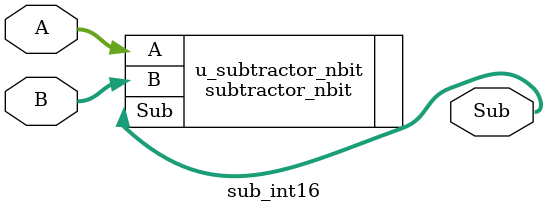
<source format=v>

module sub_int16 #(
    parameter WIDTH = 16,
    parameter IMPL_TYPE = 0
)(
    input [WIDTH-1:0] A,
    input [WIDTH-1:0] B,
    output [WIDTH-1:0] Sub
);

    subtractor_nbit #(
        .WIDTH(WIDTH),
        .IMPL_TYPE(IMPL_TYPE)
    ) u_subtractor_nbit (
        .A(A),
        .B(B),
        .Sub(Sub)
    );

endmodule

</source>
